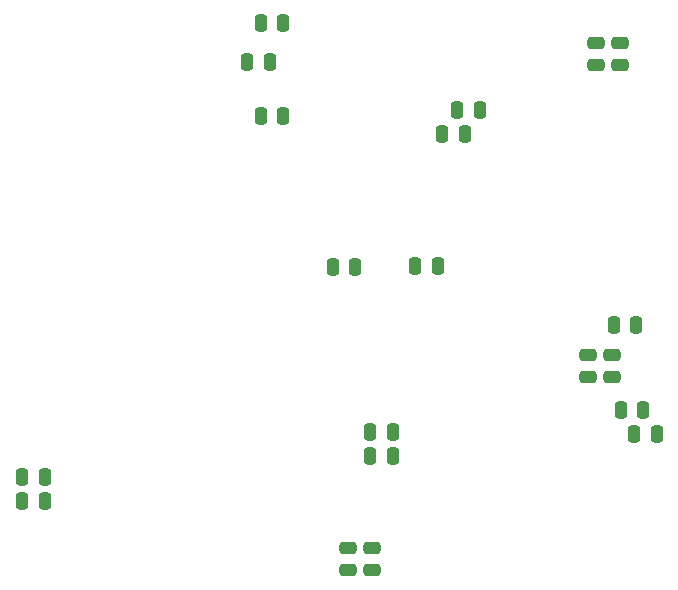
<source format=gbr>
%TF.GenerationSoftware,KiCad,Pcbnew,8.0.0*%
%TF.CreationDate,2024-03-08T18:23:45+01:00*%
%TF.ProjectId,33120a,33333132-3061-42e6-9b69-6361645f7063,rev?*%
%TF.SameCoordinates,Original*%
%TF.FileFunction,Paste,Bot*%
%TF.FilePolarity,Positive*%
%FSLAX46Y46*%
G04 Gerber Fmt 4.6, Leading zero omitted, Abs format (unit mm)*
G04 Created by KiCad (PCBNEW 8.0.0) date 2024-03-08 18:23:45*
%MOMM*%
%LPD*%
G01*
G04 APERTURE LIST*
G04 Aperture macros list*
%AMRoundRect*
0 Rectangle with rounded corners*
0 $1 Rounding radius*
0 $2 $3 $4 $5 $6 $7 $8 $9 X,Y pos of 4 corners*
0 Add a 4 corners polygon primitive as box body*
4,1,4,$2,$3,$4,$5,$6,$7,$8,$9,$2,$3,0*
0 Add four circle primitives for the rounded corners*
1,1,$1+$1,$2,$3*
1,1,$1+$1,$4,$5*
1,1,$1+$1,$6,$7*
1,1,$1+$1,$8,$9*
0 Add four rect primitives between the rounded corners*
20,1,$1+$1,$2,$3,$4,$5,0*
20,1,$1+$1,$4,$5,$6,$7,0*
20,1,$1+$1,$6,$7,$8,$9,0*
20,1,$1+$1,$8,$9,$2,$3,0*%
G04 Aperture macros list end*
%ADD10RoundRect,0.250000X0.250000X0.475000X-0.250000X0.475000X-0.250000X-0.475000X0.250000X-0.475000X0*%
%ADD11RoundRect,0.250000X-0.250000X-0.475000X0.250000X-0.475000X0.250000X0.475000X-0.250000X0.475000X0*%
%ADD12RoundRect,0.250000X-0.475000X0.250000X-0.475000X-0.250000X0.475000X-0.250000X0.475000X0.250000X0*%
%ADD13RoundRect,0.250000X0.475000X-0.250000X0.475000X0.250000X-0.475000X0.250000X-0.475000X-0.250000X0*%
G04 APERTURE END LIST*
D10*
%TO.C,C110*%
X155450000Y-108500000D03*
X153550000Y-108500000D03*
%TD*%
%TO.C,C129*%
X134808000Y-119634000D03*
X132908000Y-119634000D03*
%TD*%
D11*
%TO.C,C131*%
X154117000Y-115697000D03*
X156017000Y-115697000D03*
%TD*%
D12*
%TO.C,C130*%
X152019000Y-84648000D03*
X152019000Y-86548000D03*
%TD*%
D10*
%TO.C,C115*%
X142174000Y-90297000D03*
X140274000Y-90297000D03*
%TD*%
D11*
%TO.C,C124*%
X155260000Y-117729000D03*
X157160000Y-117729000D03*
%TD*%
%TO.C,C120*%
X123637000Y-90805000D03*
X125537000Y-90805000D03*
%TD*%
%TO.C,C134*%
X136718000Y-103505000D03*
X138618000Y-103505000D03*
%TD*%
D10*
%TO.C,C136*%
X105344000Y-121412000D03*
X103444000Y-121412000D03*
%TD*%
D13*
%TO.C,C132*%
X151384000Y-112964000D03*
X151384000Y-111064000D03*
%TD*%
D10*
%TO.C,C119*%
X125537000Y-82931000D03*
X123637000Y-82931000D03*
%TD*%
%TO.C,C137*%
X105344000Y-123444000D03*
X103444000Y-123444000D03*
%TD*%
D11*
%TO.C,C118*%
X122494000Y-86233000D03*
X124394000Y-86233000D03*
%TD*%
D12*
%TO.C,C126*%
X133096000Y-127381000D03*
X133096000Y-129281000D03*
%TD*%
%TO.C,C117*%
X154051000Y-84648000D03*
X154051000Y-86548000D03*
%TD*%
D10*
%TO.C,C133*%
X131633000Y-103632000D03*
X129733000Y-103632000D03*
%TD*%
%TO.C,C128*%
X140904000Y-92329000D03*
X139004000Y-92329000D03*
%TD*%
D13*
%TO.C,C125*%
X153416000Y-112964000D03*
X153416000Y-111064000D03*
%TD*%
D12*
%TO.C,C135*%
X131064000Y-127381000D03*
X131064000Y-129281000D03*
%TD*%
D10*
%TO.C,C116*%
X134808000Y-117602000D03*
X132908000Y-117602000D03*
%TD*%
M02*

</source>
